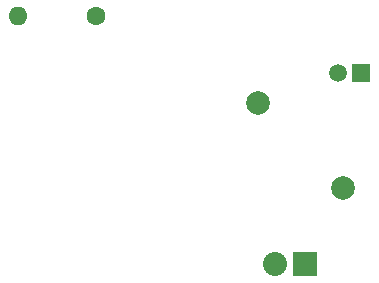
<source format=gbs>
G04 #@! TF.FileFunction,Soldermask,Bot*
%FSLAX46Y46*%
G04 Gerber Fmt 4.6, Leading zero omitted, Abs format (unit mm)*
G04 Created by KiCad (PCBNEW 0.201503261001+5536~22~ubuntu14.04.1-product) date Mon 30 Mar 2015 17:17:34 CEST*
%MOMM*%
G01*
G04 APERTURE LIST*
%ADD10C,0.100000*%
%ADD11R,2.032000X2.032000*%
%ADD12O,2.032000X2.032000*%
%ADD13R,1.500000X1.500000*%
%ADD14C,1.500000*%
%ADD15C,1.600000*%
%ADD16O,1.600000X1.600000*%
%ADD17C,1.998980*%
G04 APERTURE END LIST*
D10*
D11*
X113385600Y-81483200D03*
D12*
X110845600Y-81483200D03*
D13*
X118154200Y-65328800D03*
D14*
X116154200Y-65328800D03*
D15*
X95730600Y-60490100D03*
D16*
X89130600Y-60490100D03*
D17*
X109412498Y-67819998D03*
X116596702Y-75004202D03*
M02*

</source>
